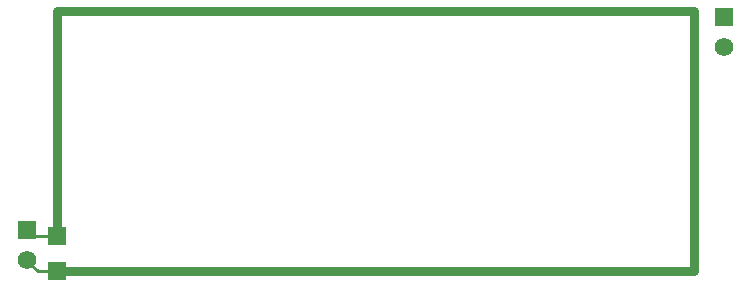
<source format=gbr>
%TF.GenerationSoftware,KiCad,Pcbnew,(5.1.8)-1*%
%TF.CreationDate,2020-11-27T18:17:46-07:00*%
%TF.ProjectId,FieldSensorYSO,4669656c-6453-4656-9e73-6f7259534f2e,1*%
%TF.SameCoordinates,Original*%
%TF.FileFunction,Copper,L1,Top*%
%TF.FilePolarity,Positive*%
%FSLAX46Y46*%
G04 Gerber Fmt 4.6, Leading zero omitted, Abs format (unit mm)*
G04 Created by KiCad (PCBNEW (5.1.8)-1) date 2020-11-27 18:17:46*
%MOMM*%
%LPD*%
G01*
G04 APERTURE LIST*
%TA.AperFunction,EtchedComponent*%
%ADD10C,0.750000*%
%TD*%
%TA.AperFunction,ComponentPad*%
%ADD11C,1.570000*%
%TD*%
%TA.AperFunction,ComponentPad*%
%ADD12R,1.570000X1.570000*%
%TD*%
%TA.AperFunction,SMDPad,CuDef*%
%ADD13R,1.524000X1.524000*%
%TD*%
%TA.AperFunction,Conductor*%
%ADD14C,0.250000*%
%TD*%
G04 APERTURE END LIST*
D10*
%TO.C,Y1*%
X148500000Y-113500000D02*
X95300000Y-113500000D01*
X148500000Y-91500000D02*
X148500000Y-113500000D01*
X94500000Y-91500000D02*
X148500000Y-91500000D01*
X94500000Y-109700000D02*
X94500000Y-91500000D01*
%TD*%
D11*
%TO.P,J2,2*%
%TO.N,Net-(J2-Pad2)*%
X151000000Y-94540000D03*
D12*
%TO.P,J2,1*%
%TO.N,Net-(J2-Pad1)*%
X151000000Y-92000000D03*
%TD*%
D11*
%TO.P,J1,2*%
%TO.N,GND*%
X92000000Y-112540000D03*
D12*
%TO.P,J1,1*%
%TO.N,/HSEN*%
X92000000Y-110000000D03*
%TD*%
D13*
%TO.P,Y1,1*%
%TO.N,/HSEN*%
X94500000Y-110500000D03*
%TO.P,Y1,2*%
%TO.N,GND*%
X94500000Y-113500000D03*
%TD*%
D14*
%TO.N,GND*%
X94500000Y-113500000D02*
X92900000Y-113500000D01*
X92900000Y-113500000D02*
X92000000Y-112600000D01*
%TO.N,/HSEN*%
X94500000Y-110500000D02*
X92500000Y-110500000D01*
X92500000Y-110500000D02*
X92000000Y-110000000D01*
%TD*%
M02*

</source>
